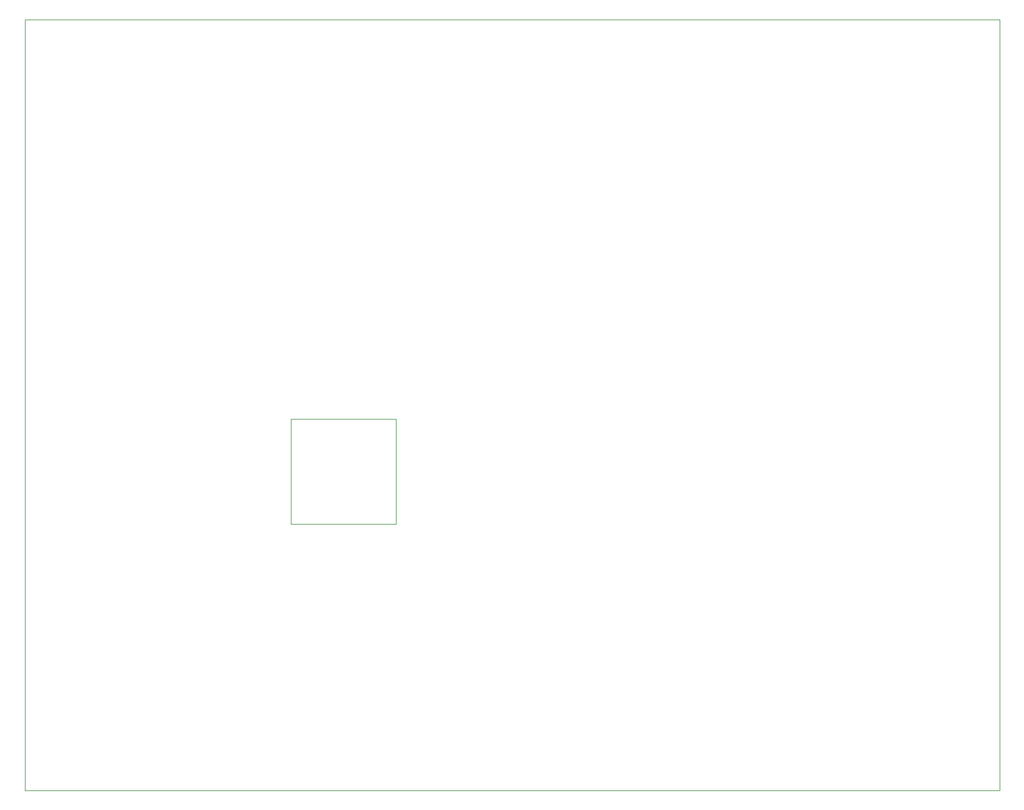
<source format=gbr>
G04 DipTrace 4.1.1.0*
G04 BoardOutline.gbr*
%MOMM*%
G04 #@! TF.FileFunction,Profile*
G04 #@! TF.Part,Single*
%ADD10C,0.12*%
%FSLAX35Y35*%
G04*
G71*
G90*
G75*
G01*
G04 BoardOutline*
%LPD*%
X1000000Y1000000D2*
D10*
X14900000D1*
Y12000000D1*
X1000000D1*
Y1000000D1*
X4797000Y6302000D2*
X6297000D1*
Y4802000D1*
X4797000D1*
Y6302000D1*
M02*

</source>
